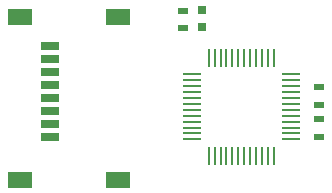
<source format=gbr>
G04 #@! TF.FileFunction,Paste,Top*
%FSLAX46Y46*%
G04 Gerber Fmt 4.6, Leading zero omitted, Abs format (unit mm)*
G04 Created by KiCad (PCBNEW 4.0.7) date 04/20/18 18:40:26*
%MOMM*%
%LPD*%
G01*
G04 APERTURE LIST*
%ADD10C,0.100000*%
%ADD11R,0.750000X0.800000*%
%ADD12R,1.500000X0.800000*%
%ADD13R,2.000000X1.450000*%
%ADD14R,0.900000X0.500000*%
%ADD15R,1.560000X0.280000*%
%ADD16R,0.280000X1.560000*%
G04 APERTURE END LIST*
D10*
D11*
X139547600Y-85356000D03*
X139547600Y-86856000D03*
D12*
X126720000Y-96175500D03*
X126720000Y-95075500D03*
X126720000Y-93975500D03*
X126720000Y-92875500D03*
X126720000Y-91775500D03*
X126720000Y-90675500D03*
X126720000Y-89575500D03*
X126720000Y-88475500D03*
D13*
X132420000Y-99775500D03*
X124120000Y-99775500D03*
X132420000Y-86025500D03*
X124120000Y-86025500D03*
D14*
X149453600Y-96152400D03*
X149453600Y-94652400D03*
X137922000Y-86957600D03*
X137922000Y-85457600D03*
X149453600Y-91909200D03*
X149453600Y-93409200D03*
D15*
X138695000Y-90849000D03*
X138695000Y-91349000D03*
X138695000Y-91849000D03*
X138695000Y-92349000D03*
X138695000Y-92849000D03*
X138695000Y-93349000D03*
X138695000Y-93849000D03*
X138695000Y-94349000D03*
X138695000Y-94849000D03*
X138695000Y-95349000D03*
X138695000Y-95849000D03*
X138695000Y-96349000D03*
D16*
X140125000Y-97779000D03*
X140625000Y-97779000D03*
X141125000Y-97779000D03*
X141625000Y-97779000D03*
X142125000Y-97779000D03*
X142625000Y-97779000D03*
X143125000Y-97779000D03*
X143625000Y-97779000D03*
X144125000Y-97779000D03*
X144625000Y-97779000D03*
X145125000Y-97779000D03*
X145625000Y-97779000D03*
D15*
X147055000Y-96349000D03*
X147055000Y-95849000D03*
X147055000Y-95349000D03*
X147055000Y-94849000D03*
X147055000Y-94349000D03*
X147055000Y-93849000D03*
X147055000Y-93349000D03*
X147055000Y-92849000D03*
X147055000Y-92349000D03*
X147055000Y-91849000D03*
X147055000Y-91349000D03*
X147055000Y-90849000D03*
D16*
X145625000Y-89419000D03*
X145125000Y-89419000D03*
X144625000Y-89419000D03*
X144125000Y-89419000D03*
X143625000Y-89419000D03*
X143125000Y-89419000D03*
X142625000Y-89419000D03*
X142125000Y-89419000D03*
X141625000Y-89419000D03*
X141125000Y-89419000D03*
X140625000Y-89419000D03*
X140125000Y-89419000D03*
M02*

</source>
